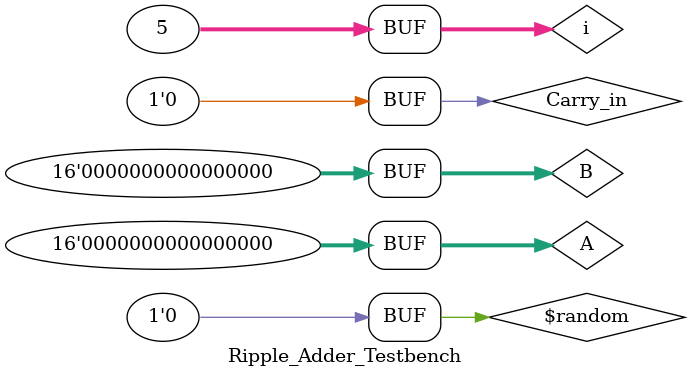
<source format=v>
`timescale  1ns/100ps
`include "Ripple_Adder.v"

module Ripple_Adder_Testbench;

    parameter LEN = 16;

    reg [LEN - 1 : 0] A = 0;
    reg [LEN - 1 : 0] B = 0;
    reg Carry_in = 0;

    wire [LEN - 1 : 0] Sum;
    wire Carry_out;

    integer i;

    Ripple_Adder #(LEN) RA (A, B, Carry_in, Sum, Carry_out);

    initial begin
        $dumpfile("Ripple_Adder.vcd");
        $dumpvars(0, Ripple_Adder_Testbench);
        
        #10

        for (i = 0; i < 5; i = i + 1)
        begin
            A = $random;
            B = $random;
            #20;
        end

        #100
        $dumpoff;

    end

    
endmodule
</source>
